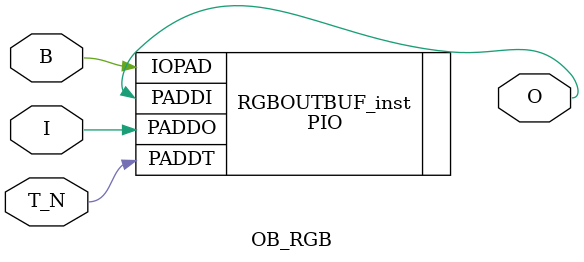
<source format=v>
`timescale 1ns/1ns
module OB_RGB (T_N, I, O, B);

	//Port Type List [Expanded Bus/Bit]
	input T_N;
	input I;
	output O;
	inout B;



	//IP Ports Tied Off for Simulation

	PIO RGBOUTBUF_inst(.PADDT(T_N), .PADDO(I), .PADDI(O), .IOPAD(B));


endmodule

</source>
